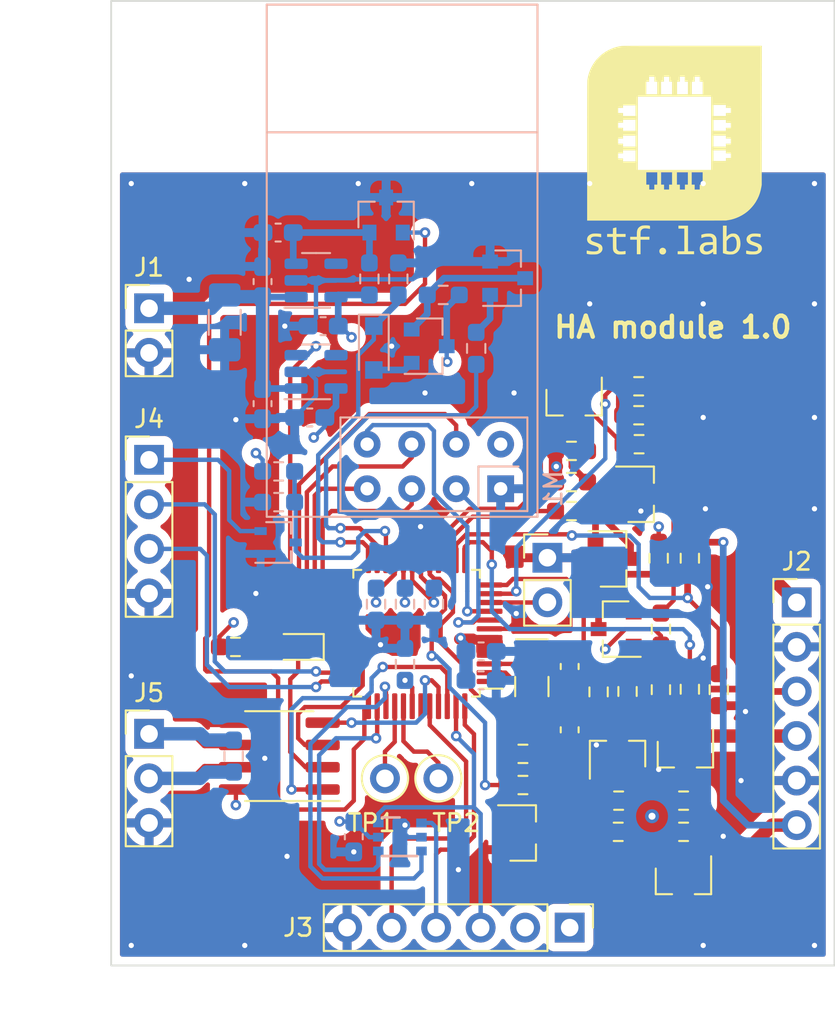
<source format=kicad_pcb>
(kicad_pcb (version 20221018) (generator pcbnew)
  (title_block (title "Home automation module") (date "2024-04-28") (rev "1.0") (company "stf.labs"))
  (layers (0 "F.Cu" signal "Front") (1 "In1.Cu" power "GND") (2 "In2.Cu" power "Power") (31 "B.Cu" signal "Back") (34 "B.Paste" user) (35 "F.Paste" user) (36 "B.SilkS" user "B.Silkscreen") (37 "F.SilkS" user "F.Silkscreen") (38 "B.Mask" user) (39 "F.Mask" user) (44 "Edge.Cuts" user))
  (net 0 "")
  (net 1 "GND")
  (net 2 "+3.3V")
  (net 3 "/mcu/AD_12V")
  (net 4 "+12V")
  (net 5 "/5V_EN")
  (net 7 "+5V")
  (net 8 "/3_3V_EN")
  (net 10 "Net-(Q8-B)")
  (net 11 "Net-(Q7-G)")
  (net 12 "/mcu/~{3_3V_EN}")
  (net 13 "Net-(Q10-B)")
  (net 14 "Net-(Q10-C)")
  (net 15 "/Input_stage/INPUT4")
  (net 16 "Net-(Q9-S)")
  (net 17 "/Input_stage/INPUT3")
  (net 18 "Net-(Q7-S)")
  (net 19 "Net-(Q6-B)")
  (net 20 "Net-(Q5-G)")
  (net 21 "/Input_stage/INPUT2")
  (net 22 "Net-(Q5-S)")
  (net 23 "Net-(Q4-B)")
  (net 24 "Net-(Q3-G)")
  (net 25 "/Input_stage/INPUT1")
  (net 26 "Net-(Q3-S)")
  (net 27 "Net-(Q2-B)")
  (net 28 "Net-(Q1-G)")
  (net 29 "Net-(D1-A)")
  (net 30 "/UART_RX")
  (net 31 "/mcu/~{MAX487_RE}")
  (net 32 "/mcu/MAX487_DE")
  (net 33 "/UART_TX")
  (net 34 "Net-(U4-A)")
  (net 35 "Net-(U4-B)")
  (net 36 "/Input_stage/DRIVE_CMD1_EN")
  (net 37 "/Input_stage/MCU_INPUT1")
  (net 38 "/Input_stage/DRIVE_CMD2_EN")
  (net 39 "/Input_stage/MCU_INPUT2")
  (net 40 "/Input_stage/DRIVE_CMD3_EN")
  (net 41 "/Input_stage/MCU_INPUT3")
  (net 42 "/LIGHT_SENSOR_EN")
  (net 43 "/mcu/AD_LIGHT")
  (net 44 "/mcu/HW_VERSION0")
  (net 45 "/mcu/HW_VERSION1")
  (net 46 "/mcu/HW_VERSION2")
  (net 47 "/Input_stage/MCU_INPUT4")
  (net 48 "/Input_stage/DRIVE_CMD4_EN")
  (net 49 "/mcu/HW_VERSION3")
  (net 50 "Net-(D2-AR)")
  (net 52 "/mcu/RTC_CLK_IN")
  (net 53 "/mcu/RTC_CLK_OUT")
  (net 54 "/NRF24L01_CE")
  (net 55 "/NRF24L01_IRQ")
  (net 56 "/~{RST}")
  (net 57 "/SPI_SCK")
  (net 58 "/SPI_MISO")
  (net 59 "/SPI_MOSI")
  (net 60 "/NRF24L01_CS")
  (net 61 "Net-(D2-KR)")
  (net 64 "/SWD_IO")
  (net 65 "/SWD_CLK")
  (net 66 "/mcu/ADDR")
  (net 67 "/mcu/DBG0")
  (net 68 "/mcu/DBG1")
  (net 70 "/EXT_GPIO")
  (net 71 "/I2C_SCL")
  (net 72 "/I2C_SDA")
  (net 73 "/mcu/~{NRST}")
  (footprint "p_Package_Resistor_SMD:R_0603_1608Metric_Pad0.98x0.95mm_HandSolder" (layer "F.Cu") (at 107.6725 61.087 180)
    (fp_text reference "R7" hide)
    (fp_text value "1k")
  )
  (footprint "p_Package_SOT:SOT-23" (layer "F.Cu") (at 104.886 79.441)
    (fp_text reference "Q10" hide)
    (fp_text value "BC848B")
  )
  (footprint "p_Package_Misc:PinHeader_1x06_P2.54mm_Vertical" (layer "F.Cu") (at 120.523 66.294)
    (fp_text reference "J2")
    (fp_text value "Conn_HE13_1x6_2.54V" hide)
  )
  (footprint "p_Package_Misc:PinHeader_1x06_P2.54mm_Vertical" (layer "F.Cu") (at 107.569 84.836 -90)
    (fp_text reference "J3")
    (fp_text value "Conn_HE13_1x6_2.54V" hide)
  )
  (footprint "p_Package_SOT:SOT-23" (layer "F.Cu") (at 110.22 67.818 180)
    (fp_text reference "Q5" hide)
    (fp_text value "BSS315PH6327XTSA1")
  )
  (footprint "p_Package_Resistor_SMD:R_0603_1608Metric_Pad0.98x0.95mm_HandSolder" (layer "F.Cu") (at 111.506 55.626)
    (fp_text reference "R11" hide)
    (fp_text value "120k")
  )
  (footprint "p_Package_SO:SOIC-8_3.9x4.9mm_P1.27mm" (layer "F.Cu") (at 90.997 75.057 180)
    (fp_text reference "U4" hide)
    (fp_text value "MAX487CSA_ESA")
  )
  (footprint "p_Package_Resistor_SMD:R_0603_1608Metric_Pad0.98x0.95mm_HandSolder" (layer "F.Cu") (at 88.4955 68.834)
    (fp_text reference "R30" hide)
    (fp_text value "330")
  )
  (footprint "p_Package_Resistor_SMD:R_0603_1608Metric_Pad0.98x0.95mm_HandSolder" (layer "F.Cu") (at 112.776 67.818 90)
    (fp_text reference "R10" hide)
    (fp_text value "10k")
  )
  (footprint "p_Package_Capacitor_SMD:C_0603_1608Metric_Pad1.08x0.95mm_HandSolder" (layer "F.Cu") (at 107.569 73.5595 -90)
    (fp_text reference "C9" hide)
    (fp_text value "TBD")
  )
  (footprint "p_Package_Resistor_SMD:R_0603_1608Metric_Pad0.98x0.95mm_HandSolder" (layer "F.Cu") (at 114.0695 77.597)
    (fp_text reference "R14" hide)
    (fp_text value "10k")
  )
  (footprint "p_Package_SOT:SOT-23" (layer "F.Cu") (at 107.823 54.88 -90)
    (fp_text reference "Q3" hide)
    (fp_text value "BSS315PH6327XTSA1")
  )
  (footprint "p_Package_Misc:TP_TH_2.54mm" (layer "F.Cu") (at 100.076 76.327)
    (fp_text reference "TP2")
    (fp_text value "test_point_th" hide)
  )
  (footprint "p_Package_Misc:PinHeader_1x03_P2.54mm_Vertical" (layer "F.Cu") (at 83.566 73.787)
    (fp_text reference "J5")
    (fp_text value "Conn_HE13_1x3_2.54V" hide)
  )
  (footprint "p_Package_SOT:SOT-23" (layer "F.Cu") (at 114.062 82.169 -90)
    (fp_text reference "Q9" hide)
    (fp_text value "BSS315PH6327XTSA1")
  )
  (footprint "p_Package_Resistor_SMD:R_0603_1608Metric_Pad0.98x0.95mm_HandSolder" (layer "F.Cu") (at 114.427 71.247 -90)
    (fp_text reference "R21" hide)
    (fp_text value "120k")
  )
  (footprint "p_Package_Resistor_SMD:R_0603_1608Metric_Pad0.98x0.95mm_HandSolder" (layer "F.Cu") (at 110.871 71.374 -90)
    (fp_text reference "R13" hide)
    (fp_text value "390k")
  )
  (footprint "p_Package_Resistor_SMD:R_0603_1608Metric_Pad0.98x0.95mm_HandSolder" (layer "F.Cu") (at 109.22 71.3975 -90)
    (fp_text reference "R16" hide)
    (fp_text value "120k")
  )
  (footprint "p_Package_Resistor_SMD:R_0603_1608Metric_Pad0.98x0.95mm_HandSolder" (layer "F.Cu") (at 112.776 71.2705 90)
    (fp_text reference "R18" hide)
    (fp_text value "390k")
  )
  (footprint "p_Package_Resistor_SMD:R_0603_1608Metric_Pad0.98x0.95mm_HandSolder" (layer "F.Cu") (at 116.078 71.2705 -90)
    (fp_text reference "R24" hide)
    (fp_text value "120k")
  )
  (footprint "p_Package_Misc:PinHeader_1x04_P2.54mm_Vertical" (layer "F.Cu") (at 83.566 58.166)
    (fp_text reference "J4")
    (fp_text value "Conn_HE13_1x4_2.54V")
  )
  (footprint "p_Package_SOT:SOT-23" (layer "F.Cu") (at 111.617 60.132)
    (fp_text reference "Q6" hide)
    (fp_text value "BC848B")
  )
  (footprint "p_Package_Resistor_SMD:R_0603_1608Metric_Pad0.98x0.95mm_HandSolder" (layer "F.Cu") (at 104.902 74.93 180)
    (fp_text reference "R17" hide)
    (fp_text value "1k")
  )
  (footprint "p_Logo:stf_labs_10mm" (layer "F.Cu") (at 113.538 40.513)
    (fp_text reference "G1" hide)
    (fp_text value "LOGO" hide)
  )
  (footprint "p_Package_Resistor_SMD:R_0603_1608Metric_Pad0.98x0.95mm_HandSolder" (layer "F.Cu") (at 111.5295 57.277 180)
    (fp_text reference "R12" hide)
    (fp_text value "1k")
  )
  (footprint "p_Package_Resistor_SMD:R_0603_1608Metric_Pad0.98x0.95mm_HandSolder" (layer "F.Cu") (at 104.902 76.708 180)
    (fp_text reference "R22" hide)
    (fp_text value "1k")
  )
  (footprint "p_Package_Misc:TP_TH_2.54mm" (layer "F.Cu") (at 97.028 76.327)
    (fp_text reference "TP1")
    (fp_text value "test_point_th" hide)
  )
  (footprint "p_Package_Capacitor_SMD:C_0603_1608Metric_Pad1.08x0.95mm_HandSolder" (layer "F.Cu") (at 107.569 69.9505 -90)
    (fp_text reference "C10" hide)
    (fp_text value "TBD")
  )
  (footprint "p_Package_SOT:SOT-23" (layer "F.Cu") (at 110.302 74.946 90)
    (fp_text reference "Q8" hide)
    (fp_text value "BC848B")
  )
  (footprint "p_Package_Misc:PinHeader_1x02_P2.54mm_Vertical" (layer "F.Cu") (at 106.299 63.749)
    (fp_text reference "J6" hide)
    (fp_text value "Conn_HE13_1x2_2.54V" hide)
  )
  (footprint "p_Package_Resistor_SMD:R_0603_1608Metric_Pad0.98x0.95mm_HandSolder" (layer "F.Cu") (at 114.0695 79.375)
    (fp_text reference "R19" hide)
    (fp_text value "10k")
  )
  (footprint "p_Package_Resistor_SMD:R_0603_1608Metric_Pad0.98x0.95mm_HandSolder" (layer "F.Cu") (at 111.506 53.975 180)
    (fp_text reference "R8" hide)
    (fp_text value "390k")
  )
  (footprint "p_Package_Misc:Crystal_SMD_3.2x1.5mm" (layer "F.Cu") (at 105.41 71.094 -90)
    (fp_text reference "Y1" hide)
    (fp_text value "Crystal_3.2x1.5mm")
  )
  (footprint "p_Package_SOT:SOT-23" (layer "F.Cu") (at 110.043 63.815)
    (fp_text reference "Q4" hide)
    (fp_text value "BC848B")
  )
  (footprint "p_Package_Resistor_SMD:R_0603_1608Metric_Pad0.98x0.95mm_HandSolder" (layer "F.Cu") (at 107.6725 59.436)
    (fp_text reference "R6" hide)
    (fp_text value "10k")
  )
  (footprint "p_Package_Resistor_SMD:R_0603_1608Metric_Pad0.98x0.95mm_HandSolder" (layer "F.Cu") (at 110.3395 79.375 180)
    (fp_text reference "R20" hide)
    (fp_text value "10k")
  )
  (footprint "p_Package_Misc:PinHeader_1x02_P2.54mm_Vertical" (layer "F.Cu") (at 83.566 49.53)
    (fp_text reference "J1")
    (fp_text value "Conn_HE13_1x2_2.54V" hide)
  )
  (footprint "p_Package_QFP:LQFP-48_7x7mm_P0.5mm" (layer "F.Cu") (at 98.8345 68.052 180)
    (fp_text reference "U5" hide)
    (fp_text value "STM32G030_C8")
  )
  (footprint "p_Package_SOT:SOT-23" (layer "F.Cu") (at 114.173 74.946 -90)
    (fp_text reference "Q7" hide)
    (fp_text value "BSS315PH6327XTSA1")
  )
  (footprint "p_Package_Resistor_SMD:R_0603_1608Metric_Pad0.98x0.95mm_HandSolder" (layer "F.Cu") (at 112.649 63.7775 -90)
    (fp_text reference "R9" hide)
    (fp_text value "10k")
  )
  (footprint "p_Package_Resistor_SMD:R_0603_1608Metric_Pad0.98x0.95mm_HandSolder" (layer "F.Cu") (at 114.427 63.7775 -90)
    (fp_text reference "R23" hide)
    (fp_text value "390k")
  )
  (footprint "p_Package_Resistor_SMD:R_0603_1608Metric_Pad0.98x0.95mm_HandSolder" (layer "F.Cu") (at 110.363 77.597 180)
    (fp_text reference "R15" hide)
    (fp_text value "10k")
  )
  (footprint "p_Package_Resistor_SMD:R_0603_1608Metric_Pad0.98x0.95mm_HandSolder" (layer "F.Cu") (at 107.6725 57.658)
    (fp_text reference "R5" hide)
    (fp_text value "10k")
  )
  (footprint "p_Package_Diode_SMD:LED_0603_1608Metric" (layer "F.Cu") (at 92.0495 68.834 180)
    (fp_text reference "D2" hide)
    (fp_text value "LED_G")
  )
  (footprint "p_Package_Resistor_SMD:R_0603_1608Metric_Pad0.98x0.95mm_HandSolder" (layer "B.Cu") (at 98.171 66.3975 -90)
    (fp_text reference "R27" hide)
    (fp_text value "DNP")
  )
  (footprint "p_Package_Resistor_SMD:R_0603_1608Metric_Pad0.98x0.95mm_HandSolder" (layer "B.Cu") (at 88.392 75.057 -90)
    (fp_text reference "R4" hide)
    (fp_text value "DNP")
  )
  (footprint "p_Package_SOT:SOT-23" (layer "B.Cu") (at 104.029 47.813)
    (fp_text reference "Q2" hide)
    (fp_text value "BC848B")
  )
  (footprint "p_Package_Capacitor_SMD:C_0603_1608Metric_Pad1.08x0.95mm_HandSolder" (layer "B.Cu") (at 102.5155 69.088)
    (fp_text reference "C8" hide)
    (fp_text value "100n")
  )
  (footprint "p_Package_Resistor_SMD:R_0603_1608Metric_Pad0.98x0.95mm_HandSolder" (layer "B.Cu") (at 90.961286 60.579)
    (fp_text reference "R33" hide)
    (fp_text value "4.7k")
  )
  (footprint "p_Package_Capacitor_SMD:C_0603_1608Metric_Pad1.08x0.95mm_HandSolder" (layer "B.Cu") (at 90.043 54.9645 -90)
    (fp_text reference "C4" hide)
    (fp_text value "1u")
  )
  (footprint "p_Package_Resistor_SMD:R_0603_1608Metric_Pad0.98x0.95mm_HandSolder" (layer "B.Cu") (at 96.139 47.8555 -90)
    (fp_text reference "R31" hide)
    (fp_text value "10k")
  )
  (footprint "p_Package_Capacitor_SMD:C_0603_1608Metric_Pad1.08x0.95mm_HandSolder" (layer "B.Cu") (at 93.4985 50.546 180)
    (fp_text reference "C2" hide)
    (fp_text value "2.2u")
  )
  (footprint "p_Package_QFP:DFN-6-1EP_2.5x2.5mm_P0.65mm_EP2.45x1.55mm" (layer "B.Cu") (at 97.8662 79.6544 180)
    (fp_text reference "U3" hide)
    (fp_text value "~")
  )
  (footprint "p_Package_Resistor_SMD:R_0603_1608Metric_Pad0.98x0.95mm_HandSolder" (layer "B.Cu") (at 97.79 47.8555 90)
    (fp_text reference "R3" hide)
    (fp_text value "3.3k")
  )
  (footprint "p_Package_Modules:nRF24L01_Breakout" (layer "B.Cu") (at 103.632 59.817 90)
    (fp_text reference "M1")
    (fp_text value "nRF24L01")
  )
  (footprint "p_Package_SOT:SOT-23-5" (layer "B.Cu") (at 93.0965 53.152)
    (fp_text reference "U2" hide)
    (fp_text value "TPS70950DBV")
  )
  (footprint "p_Package_Capacitor_SMD:C_0603_1608Metric_Pad1.08x0.95mm_HandSolder" (layer "B.Cu") (at 90.932 45.212 180)
    (fp_text reference "C11" hide)
    (fp_text value "1u")
  )
  (footprint "p_Package_Capacitor_SMD:C_0603_1608Metric_Pad1.08x0.95mm_HandSolder" (layer "B.Cu") (at 102.5155 70.739)
    (fp_text reference "C7" hide)
    (fp_text value "1u")
  )
  (footprint "p_Package_SOT:SOT-23" (layer "B.Cu") (at 99.552 51.689)
    (fp_text reference "Q1" hide)
    (fp_text value "BSS315PH6327XTSA1")
  )
  (footprint "p_Package_Resistor_SMD:R_0603_1608Metric_Pad0.98x0.95mm_HandSolder" (layer "B.Cu") (at 90.961286 58.828 180)
    (fp_text reference "R32" hide)
    (fp_text value "15k")
  )
  (footprint "p_Package_Resistor_SMD:R_0603_1608Metric_Pad0.98x0.95mm_HandSolder" (layer "B.Cu") (at 102.235 51.816 -90)
    (fp_text reference "R2" hide)
    (fp_text value "1k")
  )
  (footprint "p_Package_Resistor_SMD:R_0603_1608Metric_Pad0.98x0.95mm_HandSolder" (layer "B.Cu") (at 99.822 66.3975 -90)
    (fp_text reference "R26" hide)
    (fp_text value "DNP")
  )
  (footprint "p_Package_SOT:SOT-323" (layer "B.Cu") (at 90.932 62.88)
    (fp_text reference "D3" hide)
    (fp_text value "BAT54SW")
  )
  (footprint "p_Package_SOT:SOT-23" (layer "B.Cu") (at 97.094 44.212 90)
    (fp_text reference "Q11" hide)
    (fp_text value "2SK1829")
  )
  (footprint "p_Package_SOT:SOT-23-5" (layer "B.Cu") (at 93.0965 47.94)
    (fp_text reference "U1" hide)
    (fp_text value "TPS70933DBV")
  )
  (footprint "p_Package_Capacitor_SMD:C_1206_3216Metric_Pad1.33x1.80mm_HandSolder" (layer "B.Cu") (at 87.884 50.3305 -90)
    (fp_text reference "C3" hide)
    (fp_text value "10u")
  )
  (footprint "p_Package_Resistor_SMD:R_0603_1608Metric_Pad0.98x0.95mm_HandSolder" (layer "B.Cu") (at 100.3535 48.768 180)
    (fp_text reference "R1" hide)
    (fp_text value "10k")
  )
  (footprint "p_Package_Diode_SMD:D_SOD-323_HandSoldering" (layer "B.Cu") (at 96.393 51.796 -90)
    (fp_text reference "D1" hide)
    (fp_text value "SFH5701_A01")
  )
  (footprint "p_Package_Capacitor_SMD:C_0603_1608Metric_Pad1.08x0.95mm_HandSolder" (layer "B.Cu") (at 90.043 48.006 90)
    (fp_text reference "C1" hide)
    (fp_text value "1u")
  )
  (footprint "p_Package_Resistor_SMD:R_0603_1608Metric_Pad0.98x0.95mm_HandSolder" (layer "B.Cu") (at 98.171 69.8265 90)
    (fp_text reference "R29" hide)
    (fp_text value "DNP")
  )
  (footprint "p_Package_Resistor_SMD:R_0603_1608Metric_Pad0.98x0.95mm_HandSolder" (layer "B.Cu") (at 96.52 66.3975 -90)
    (fp_text reference "R28" hide)
    (fp_text value "DNP")
  )
  (footprint "p_Package_Capacitor_SMD:C_0603_1608Metric_Pad1.08x0.95mm_HandSolder" (layer "B.Cu") (at 92.7365 55.753 180)
    (fp_text reference "C5" hide)
    (fp_text value "2.2u")
  )
  (footprint "p_Package_Capacitor_SMD:C_0603_1608Metric_Pad1.08x0.95mm_HandSolder" (layer "B.Cu") (at 95.25 79.6555 -90)
    (fp_text reference "C6" hide)
    (fp_text value "100n")
  )
  (gr_rect (start 81.407 32.004) (end 122.682 86.995) (stroke (width 0.1)) (fill none) (layer "Edge.Cuts"))
  (gr_text "HA module 1.0" (at 106.553 51.308) (layer "F.SilkS") (effects (font (size 1.2 1.2) (thickness 0.25) bold) (justify left bottom)))
  (segment (start 104.521 67.355) (end 104.521 66.929) (width 0.25) (layer "F.Cu") (net 1))
  (segment (start 106.299 63.749) (end 108.027 63.749) (width 0.381) (layer "F.Cu") (net 1))
  (segment (start 107.723 70.813) (end 109.22 72.31) (width 0.381) (layer "F.Cu") (net 1))
  (segment (start 109.22 72.31) (end 109.22 73.279) (width 0.381) (layer "F.Cu") (net 1))
  (segment (start 108.027 63.749) (end 109.043 64.765) (width 0.381) (layer "F.Cu") (net 1))
  (segment (start 107.569 70.813) (end 107.723 70.813) (width 0.381) (layer "F.Cu") (net 1))
  (segment (start 109.22 73.279) (end 108.077 74.422) (width 0.381) (layer "F.Cu") (net 1))
  (segment (start 108.077 74.422) (end 107.569 74.422) (width 0.381) (layer "F.Cu") (net 1))
  (segment (start 104.074 67.802) (end 104.521 67.355) (width 0.25) (layer "F.Cu") (net 1))
  (segment (start 102.997 67.802) (end 104.074 67.802) (width 0.25) (layer "F.Cu") (net 1))
  (via (at 96.774 68.707) (size 0.6) (drill 0.3) (layers "F.Cu" "B.Cu") (net 1))
  (via (at 117.348 76.454) (size 0.6) (drill 0.3) (layers "F.Cu" "B.Cu") (net 1))
  (via (at 117.602 72.517) (size 0.6) (drill 0.3) (layers "F.Cu" "B.Cu") (net 1))
  (via (at 121.539 42.418) (size 0.6) (drill 0.3) (layers "F.Cu" "B.Cu") (net 1))
  (via (at 98.171 78.994) (size 0.6) (drill 0.3) (layers "F.Cu" "B.Cu") (net 1))
  (via (at 115.189 85.852) (size 0.6) (drill 0.3) (layers "F.Cu" "B.Cu") (net 1))
  (via (at 115.189 49.276) (size 0.6) (drill 0.3) (layers "F.Cu" "B.Cu") (net 1))
  (via (at 115.189 69.469) (size 0.6) (drill 0.3) (layers "F.Cu" "B.Cu") (net 1))
  (via (at 121.539 49.276) (size 0.6) (drill 0.3) (layers "F.Cu" "B.Cu") (net 1))
  (via (at 82.55 70.485) (size 0.6) (drill 0.3) (layers "F.Cu" "B.Cu") (net 1))
  (via (at 108.712 42.418) (size 0.6) (drill 0.3) (layers "F.Cu" "B.Cu") (net 1))
  (via (at 90.17 75.184) (size 0.6) (drill 0.3) (layers "F.Cu" "B.Cu") (net 1))
  (via (at 82.55 42.418) (size 0.6) (drill 0.3) (layers "F.Cu" "B.Cu") (net 1))
  (via (at 115.443 65.405) (size 0.6) (drill 0.3) (layers "F.Cu" "B.Cu") (net 1))
  (via (at 101.219 81.534) (size 0.6) (drill 0.3) (layers "F.Cu" "B.Cu") (net 1))
  (via (at 104.521 66.929) (size 0.6) (drill 0.3) (layers "F.Cu" "B.Cu") (net 1))
  (via (at 121.539 85.852) (size 0.6) (drill 0.3) (layers "F.Cu" "B.Cu") (net 1))
  (via (at 95.504 42.418) (size 0.6) (drill 0.3) (layers "F.Cu" "B.Cu") (net 1))
  (via (at 121.539 55.753) (size 0.6) (drill 0.3) (layers "F.Cu" "B.Cu") (net 1))
  (via (at 101.981 42.418) (size 0.6) (drill 0.3) (layers "F.Cu" "B.Cu") (net 1))
  (via (at 109.093 74.422) (size 0.6) (drill 0.3) (layers "F.Cu" "B.Cu") (net 1))
  (via (at 82.55 85.852) (size 0.6) (drill 0.3) (layers "F.Cu" "B.Cu") (net 1))
  (via (at 99.06 61.976) (size 0.6) (drill 0.3) (layers "F.Cu" "B.Cu") (net 1))
  (via (at 115.189 42.418) (size 0.6) (drill 0.3) (layers "F.Cu" "B.Cu") (net 1))
  (via (at 99.314 54.356) (size 0.6) (drill 0.3) (layers "F.Cu" "B.Cu") (net 1))
  (via (at 89.662 65.786) (size 0.6) (drill 0.3) (layers "F.Cu" "B.Cu") (net 1))
  (via (at 85.852 47.879) (size 0.6) (drill 0.3) (layers "F.Cu" "B.Cu") (net 1))
  (via (at 104.394 54.356) (size 0.6) (drill 0.3) (layers "F.Cu" "B.Cu") (net 1))
  (via (at 91.44 80.772) (size 0.6) (drill 0.3) (layers "F.Cu" "B.Cu") (net 1))
  (via (at 121.539 60.96) (size 0.6) (drill 0.3) (layers "F.Cu" "B.Cu") (net 1))
  (via (at 112.649 75.819) (size 0.6) (drill 0.3) (layers "F.Cu" "B.Cu") (net 1))
  (via (at 91.313 50.546) (size 0.6) (drill 0.3) (layers "F.Cu" "B.Cu") (net 1))
  (via (at 108.712 49.276) (size 0.6) (drill 0.3) (layers "F.Cu" "B.Cu") (net 1))
  (via (at 111.633 61.087) (size 0.6) (drill 0.3) (layers "F.Cu" "B.Cu") (net 1))
  (via (at 89.027 42.418) (size 0.6) (drill 0.3) (layers "F.Cu" "B.Cu") (net 1))
  (via (at 115.189 55.753) (size 0.6) (drill 0.3) (layers "F.Cu" "B.Cu") (net 1))
  (via (at 88.519 55.88) (size 0.6) (drill 0.3) (layers "F.Cu" "B.Cu") (net 1))
  (via (at 95.25 80.518) (size 0.6) (drill 0.3) (layers "F.Cu" "B.Cu") (net 1))
  (via (at 116.332 79.629) (size 0.6) (drill 0.3) (layers "F.Cu" "B.Cu") (net 1))
  (via (at 115.316 60.96) (size 0.6) (drill 0.3) (layers "F.Cu" "B.Cu") (net 1))
  (via (at 97.409 51.689) (size 0.6) (drill 0.3) (layers "F.Cu" "B.Cu") (net 1))
  (via (at 89.027 85.852) (size 0.6) (drill 0.3) (layers "F.Cu" "B.Cu") (net 1))
  (segment (start 94.996 47.879) (end 98.552 47.879) (width 0.25) (layer "B.Cu") (net 1))
  (segment (start 93.091 54.536) (end 93.091 53.594) (width 0.25) (layer "B.Cu") (net 1))
  (segment (start 98.171 79.502) (end 98.3488 79.6798) (width 0.25) (layer "B.Cu") (net 1))
  (segment (start 91.874 55.753) (end 93.091 54.536) (width 0.25) (layer "B.Cu") (net 1))
  (segment (start 99.1108 79.6798) (end 98.3488 79.6798) (width 0.25) (layer "B.Cu") (net 1))
  (segment (start 93.091 50.091) (end 93.091 48.006) (width 0.25) (layer "B.Cu") (net 1))
  (segment (start 92.649 53.152) (end 91.959 53.152) (width 0.25) (layer "B.Cu") (net 1))
  (segment (start 93.091 53.594) (end 92.649 53.152) (width 0.25) (layer "B.Cu") (net 1))
  (segment (start 98.171 78.994) (end 98.171 79.502) (width 0.25) (layer "B.Cu") (net 1))
  (segment (start 92.636 50.546) (end 93.091 50.091) (width 0.25) (layer "B.Cu") (net 1))
  (segment (start 87.583 68.834) (end 87.583 68.246) (width 0.25) (layer "F.Cu") (net 2))
  (segment (start 87.583 68.246) (end 88.392 67.437) (width 0.25) (layer "F.Cu") (net 2))
  (via (at 101.346 68.326) (size 0.6) (drill 0.3) (layers "F.Cu" "B.Cu") (net 2))
  (via (at 95.123 51.181) (size 0.6) (drill 0.3) (layers "F.Cu" "B.Cu") (net 2))
  (via (at 88.392 67.437) (size 0.6) (drill 0.3) (layers "F.Cu" "B.Cu") (net 2))
  (via (at 94.440131 78.78) (size 0.6) (drill 0.3) (layers "F.Cu" "B.Cu") (net 2))
  (via (at 100.584 52.578) (size 0.6) (drill 0.3) (layers "F.Cu" "B.Cu") (net 2))
  (segment (start 101.653 68.633) (end 101.346 68.326) (width 0.25) (layer "B.Cu") (net 2))
  (segment (start 96.647 79.6798) (end 96.1368 79.6798) (width 0.25) (layer "B.Cu") (net 2))
  (segment (start 88.773 62.23) (end 89.932 62.23) (width 0.25) (layer "B.Cu") (net 2))
  (segment (start 94.488 50.546) (end 95.123 51.181) (width 0.25) (layer "B.Cu") (net 2))
  (segment (start 94.361 50.546) (end 94.361 49.017) (width 0.381) (layer "B.Cu") (net 2))
  (segment (start 88.138 61.595) (end 88.773 62.23) (width 0.25) (layer "B.Cu") (net 2))
  (segment (start 101.653 69.088) (end 101.653 68.633) (width 0.25) (layer "B.Cu") (net 2))
  (segment (start 94.453131 78.793) (end 94.440131 78.78) (width 0.25) (layer "B.Cu") (net 2))
  (segment (start 94.356 48.768) (end 94.234 48.89) (width 0.381) (layer "B.Cu") (net 2))
  (segment (start 83.566 58.166) (end 87.503 58.166) (width 0.25) (layer "B.Cu") (net 2))
  (segment (start 96.1368 79.6798) (end 95.25 78.793) (width 0.25) (layer "B.Cu") (net 2))
  (segment (start 100.552 51.689) (end 100.552 52.546) (width 0.25) (layer "B.Cu") (net 2))
  (segment (start 95.25 78.793) (end 94.453131 78.793) (width 0.25) (layer "B.Cu") (net 2))
  (segment (start 100.552 52.546) (end 100.584 52.578) (width 0.25) (layer "B.Cu") (net 2))
  (segment (start 94.361 49.017) (end 94.234 48.89) (width 0.381) (layer "B.Cu") (net 2))
  (segment (start 94.361 50.546) (end 94.488 50.546) (width 0.25) (layer "B.Cu") (net 2))
  (segment (start 100.552 51.689) (end 100.552 49.482) (width 0.381) (layer "B.Cu") (net 2))
  (segment (start 96.139 48.768) (end 94.356 48.768) (width 0.381) (layer "B.Cu") (net 2))
  (segment (start 101.653 69.088) (end 101.653 70.739) (width 0.762) (layer "B.Cu") (net 2))
  (segment (start 88.138 58.801) (end 88.138 61.595) (width 0.25) (layer "B.Cu") (net 2))
  (segment (start 100.552 49.482) (end 101.266 48.768) (width 0.381) (layer "B.Cu") (net 2))
  (segment (start 87.503 58.166) (end 88.138 58.801) (width 0.25) (layer "B.Cu") (net 2))
  (segment (start 97.0845 62.2865) (end 97.028 62.23) (width 0.25) (layer "F.Cu") (net 3))
  (segment (start 97.0845 63.8895) (end 97.0845 62.2865) (width 0.25) (layer "F.Cu") (net 3))
  (via (at 97.028 62.23) (size 0.6) (drill 0.3) (layers "F.Cu" "B.Cu") (net 3))
  (segment (start 91.873786 60.579) (end 91.873786 58.828) (width 0.25) (layer "B.Cu") (net 3))
  (segment (start 95.123 63.754) (end 92.329 63.754) (width 0.25) (layer "B.Cu") (net 3))
  (segment (start 95.504 63.373) (end 95.123 63.754) (width 0.25) (layer "B.Cu") (net 3))
  (segment (start 91.932 60.637214) (end 91.873786 60.579) (width 0.25) (layer "B.Cu") (net 3))
  (segment (start 91.932 62.88) (end 91.932 60.637214) (width 0.25) (layer "B.Cu") (net 3))
  (segment (start 95.504 62.611) (end 95.504 63.373) (width 0.25) (layer "B.Cu") (net 3))
  (segment (start 91.932 63.357) (end 91.932 62.88) (width 0.25) (layer "B.Cu") (net 3))
  (segment (start 92.329 63.754) (end 91.932 63.357) (width 0.25) (layer "B.Cu") (net 3))
  (segment (start 95.885 62.23) (end 95.504 62.611) (width 0.25) (layer "B.Cu") (net 3))
  (segment (start 97.028 62.23) (end 95.885 62.23) (width 0.25) (layer "B.Cu") (net 3))
  (segment (start 112.776 68.199) (end 112.776 68.7305) (width 0.25) (layer "F.Cu") (net 4))
  (segment (start 112.649 62.865) (end 112.649 61.976) (width 0.25) (layer "F.Cu") (net 4))
  (segment (start 106.76 59.436) (end 106.76 58.594) (width 0.762) (layer "F.Cu") (net 4))
  (segment (start 106.807 58.547) (end 106.76 58.5) (width 0.762) (layer "F.Cu") (net 4))
  (segment (start 106.76 58.5) (end 106.76 57.658) (width 0.762) (layer "F.Cu") (net 4))
  (segment (start 106.76 58.594) (end 106.807 58.547) (width 0.762) (layer "F.Cu") (net 4))
  (segment (start 110.744 67.818) (end 112.395 67.818) (width 0.25) (layer "F.Cu") (net 4))
  (segment (start 109.601 68.961) (end 110.744 67.818) (width 0.25) (layer "F.Cu") (net 4))
  (segment (start 112.395 67.818) (end 112.776 68.199) (width 0.25) (layer "F.Cu") (net 4))
  (via (at 112.649 61.976) (size 0.6) (drill 0.3) (layers "F.Cu" "B.Cu") (net 4))
  (via (at 89.662 57.785) (size 0.6) (drill 0.3) (layers "F.Cu" "B.Cu") (net 4))
  (via (at 112.268 78.486) (size 0.8) (drill 0.4) (layers "F.Cu" "B.Cu") (net 4))
  (via (at 109.601 68.961) (size 0.6) (drill 0.3) (layers "F.Cu" "B.Cu") (net 4))
  (via (at 106.807 58.547) (size 0.6) (drill 0.3) (layers "F.Cu" "B.Cu") (net 4))
  (segment (start 91.959 48.89) (end 90.0645 48.89) (width 0.381) (layer "B.Cu") (net 4))
  (segment (start 90.043 48.8685) (end 87.9845 48.8685) (width 0.762) (layer "B.Cu") (net 4))
  (segment (start 83.566 49.53) (end 87.122 49.53) (width 0.762) (layer "B.Cu") (net 4))
  (segment (start 90.048786 58.828) (end 90.048786 58.166) (width 0.25) (layer "B.Cu") (net 4))
  (segment (start 89.662 57.785) (end 89.667786 57.785) (width 0.25) (layer "B.Cu") (net 4))
  (segment (start 91.959 54.102) (end 90.043 54.102) (width 0.381) (layer "B.Cu") (net 4))
  (segment (start 90.0645 48.89) (end 90.043 48.8685) (width 0.381) (layer "B.Cu") (net 4))
  (segment (start 90.043 54.102) (end 90.043 48.8685) (width 0.762) (layer "B.Cu") (net 4))
  (segment (start 87.9845 48.8685) (end 87.884 48.768) (width 0.762) (layer "B.Cu") (net 4))
  (segment (start 87.122 49.53) (end 87.884 48.768) (width 0.762) (layer "B.Cu") (net 4))
  (segment (start 89.667786 57.785) (end 90.048786 58.166) (width 0.25) (layer "B.Cu") (net 4))
  (segment (start 91.622 53.158) (end 93.091 51.689) (width 0.25) (layer "F.Cu") (net 5))
  (segment (start 94.672 67.302) (end 93.260706 67.302) (width 0.25) (layer "F.Cu") (net 5))
  (segment (start 91.622 65.663295) (end 91.622 53.158) (width 0.25) (layer "F.Cu") (net 5))
  (segment (start 93.260706 67.302) (end 91.622 65.663295) (width 0.25) (layer "F.Cu") (net 5))
  (via (at 93.091 51.689) (size 0.6) (drill 0.3) (layers "F.Cu" "B.Cu") (net 5))
  (segment (start 91.959 52.202) (end 92.578 52.202) (width 0.25) (layer "B.Cu") (net 5))
  (segment (start 91.959 52.202) (end 92.621499 52.202) (width 0.25) (layer "B.Cu") (net 5))
  (segment (start 92.578 52.202) (end 93.091 51.689) (width 0.25) (layer "B.Cu") (net 5))
  (segment (start 88.522 77.848) (end 88.519 77.851) (width 0.25) (layer "F.Cu") (net 7))
  (segment (start 88.522 76.962) (end 88.522 77.848) (width 0.25) (layer "F.Cu") (net 7))
  (via (at 92.964 56.896) (size 0.6) (drill 0.3) (layers "F.Cu" "B.Cu") (net 7))
  (via (at 88.519 77.851) (size 0.6) (drill 0.3) (layers "F.Cu" "B.Cu") (net 7))
  (segment (start 94.234 55.118) (end 94.234 54.102) (width 0.381) (layer "B.Cu") (net 7))
  (segment (start 93.599 55.753) (end 94.234 55.118) (width 0.381) (layer "B.Cu") (net 7))
  (segment (start 93.599 55.753) (end 93.599 56.261) (width 0.25) (layer "B.Cu") (net 7))
  (segment (start 93.599 56.261) (end 92.964 56.896) (width 0.25) (layer "B.Cu") (net 7))
  (segment (start 91.7945 45.212) (end 96.144 45.212) (width 0.381) (layer "B.Cu") (net 8))
  (segment (start 91.7945 46.8255) (end 91.959 46.99) (width 0.381) (layer "B.Cu") (net 8))
  (segment (start 91.7945 45.212) (end 91.7945 46.8255) (width 0.381) (layer "B.Cu") (net 8))
  (segment (start 96.144 45.212) (end 96.144 46.938) (width 0.381) (layer "B.Cu") (net 8))
  (segment (start 96.144 46.938) (end 96.139 46.943) (width 0.381) (layer "B.Cu") (net 8))
  (segment (start 109.352 75.946) (end 106.8305 75.946) (width 0.381) (layer "F.Cu") (net 10))
  (segment (start 106.8305 75.946) (end 105.8145 74.93) (width 0.381) (layer "F.Cu") (net 10))
  (segment (start 110.302 73.946) (end 110.302 76.7455) (width 0.25) (layer "F.Cu") (net 11))
  (segment (start 110.302 73.946) (end 113.223 73.946) (width 0.381) (layer "F.Cu") (net 11))
  (segment (start 110.302 76.7455) (end 109.4505 77.597) (width 0.25) (layer "F.Cu") (net 11))
  (segment (start 96.0845 72.2145) (end 95.853 72.446) (width 0.25) (layer "F.Cu") (net 12))
  (segment (start 91.313 78.105) (end 90.932 77.724) (width 0.25) (layer "F.Cu") (net 12))
  (segment (start 98.171 49.276) (end 99.314 48.133) (width 0.25) (layer "F.Cu") (net 12))
  (segment (start 86.995 68.132424) (end 86.995 49.784) (width 0.25) (layer "F.Cu") (net 12))
  (segment (start 95.853 74.073) (end 95.25 74.676) (width 0.25) (layer "F.Cu") (net 12))
  (segment (start 95.25 77.597) (end 94.742 78.105) (width 0.25) (layer "F.Cu") (net 12))
  (segment (start 86.995 49.784) (end 87.503 49.276) (width 0.25) (layer "F.Cu") (net 12))
  (segment (start 87.503 49.276) (end 98.171 49.276) (width 0.25) (layer "F.Cu") (net 12))
  (segment (start 86.7705 68.356924) (end 86.995 68.132424) (width 0.25) (layer "F.Cu") (net 12))
  (segment (start 90.932 77.724) (end 90.932 70.612) (width 0.25) (layer "F.Cu") (net 12))
  (segment (start 95.25 74.676) (end 95.25 77.597) (width 0.25) (layer "F.Cu") (net 12))
  (segment (start 90.551 70.231) (end 86.868 70.231) (width 0.25) (layer "F.Cu") (net 12))
  (segment (start 86.7705 70.1335) (end 86.7705 68.356924) (width 0.25) (layer "F.Cu") (net 12))
  (segment (start 90.932 70.612) (end 90.551 70.231) (width 0.25) (layer "F.Cu") (net 12))
  (segment (start 94.742 78.105) (end 91.313 78.105) (width 0.25) (layer "F.Cu") (net 12))
  (segment (start 86.868 70.231) (end 86.7705 70.1335) (width 0.25) (layer "F.Cu") (net 12))
  (segment (start 99.314 48.133) (end 99.314 45.212) (width 0.25) (layer "F.Cu") (net 12))
  (segment (start 95.853 72.446) (end 95.853 74.073) (width 0.25) (layer "F.Cu") (net 12))
  (via (at 99.314 45.212) (size 0.6) (drill 0.3) (layers "F.Cu" "B.Cu") (net 12))
  (segment (start 99.314 45.212) (end 98.044 45.212) (width 0.25) (layer "B.Cu") (net 12))
  (segment (start 104.0315 78.491) (end 105.8145 76.708) (width 0.381) (layer "F.Cu") (net 13))
  (segment (start 103.886 78.491) (end 104.0315 78.491) (width 0.381) (layer "F.Cu") (net 13))
  (segment (start 109.361 79.441) (end 109.427 79.375) (width 0.381) (layer "F.Cu") (net 14))
  (segment (start 109.427 79.836) (end 109.427 79.375) (width 0.381) (layer "F.Cu") (net 14))
  (segment (start 105.886 79.441) (end 109.361 79.441) (width 0.381) (layer "F.Cu") (net 14))
  (segment (start 113.112 81.169) (end 110.76 81.169) (width 0.381) (layer "F.Cu") (net 14))
  (segment (start 110.76 81.169) (end 109.427 79.836) (width 0.381) (layer "F.Cu") (net 14))
  (segment (start 116.951 81.169) (end 119.126 78.994) (width 0.762) (layer "F.Cu") (net 15))
  (segment (start 120.523 78.994) (end 119.126 78.994) (width 0.762) (layer "F.Cu") (net 15))
  (segment (start 114.3 62.865) (end 116.332 62.865) (width 0.381) (layer "F.Cu") (net 15))
  (segment (start 115.012 81.169) (end 116.951 81.169) (width 0.762) (layer "F.Cu") (net 15))
  (via (at 116.332 62.865) (size 0.6) (drill 0.3) (layers "F.Cu" "B.Cu") (net 15))
  (segment (start 116.332 62.865) (end 116.332 77.597) (width 0.381) (layer "B.Cu") (net 15))
  (segment (start 116.332 77.597) (end 117.729 78.994) (width 0.381) (layer "B.Cu") (net 15))
  (segment (start 117.729 78.994) (end 120.523 78.994) (width 0.381) (layer "B.Cu") (net 15))
  (segment (start 114.062 83.169) (end 114.062 80.295) (width 0.381) (layer "F.Cu") (net 16))
  (segment (start 114.062 80.295) (end 114.982 79.375) (width 0.381) (layer "F.Cu") (net 16))
  (segment (start 115.155 73.914) (end 115.123 73.946) (width 0.762) (layer "F.Cu") (net 17))
  (segment (start 113.618 73.025) (end 114.427 73.025) (width 0.25) (layer "F.Cu") (net 17))
  (segment (start 112.776 72.183) (end 113.618 73.025) (width 0.25) (layer "F.Cu") (net 17))
  (segment (start 120.523 73.914) (end 115.155 73.914) (width 0.762) (layer "F.Cu") (net 17))
  (segment (start 115.123 73.721) (end 115.123 73.946) (width 0.25) (layer "F.Cu") (net 17))
  (segment (start 114.427 73.025) (end 115.123 73.721) (width 0.25) (layer "F.Cu") (net 17))
  (segment (start 114.173 76.788) (end 114.982 77.597) (width 0.381) (layer "F.Cu") (net 18))
  (segment (start 114.173 75.946) (end 114.173 76.788) (width 0.381) (layer "F.Cu") (net 18))
  (segment (start 110.617 59.102) (end 112.442 57.277) (width 0.381) (layer "F.Cu") (net 19))
  (segment (start 110.617 59.182) (end 110.617 59.102) (width 0.381) (layer "F.Cu") (net 19))
  (segment (start 112.776 66.9055) (end 113.499 66.1825) (width 0.25) (layer "F.Cu") (net 20))
  (segment (start 111.22 66.868) (end 112.7385 66.868) (width 0.381) (layer "F.Cu") (net 20))
  (segment (start 113.499 61.014) (end 112.617 60.132) (width 0.25) (layer "F.Cu") (net 20))
  (segment (start 112.7385 66.868) (end 112.776 66.9055) (width 0.381) (layer "F.Cu") (net 20))
  (segment (start 113.499 66.1825) (end 113.499 61.014) (width 0.25) (layer "F.Cu") (net 20))
  (segment (start 118.988 71.236) (end 119.126 71.374) (width 0.381) (layer "F.Cu") (net 21))
  (segment (start 111.6455 71.236) (end 118.988 71.236) (width 0.381) (layer "F.Cu") (net 21))
  (segment (start 120.523 71.374) (end 119.126 71.374) (width 0.381) (layer "F.Cu") (net 21))
  (segment (start 110.871 70.4615) (end 110.871 69.117) (width 0.381) (layer "F.Cu") (net 21))
  (segment (start 110.871 69.117) (end 111.22 68.768) (width 0.381) (layer "F.Cu") (net 21))
  (segment (start 110.871 70.4615) (end 111.6455 71.236) (width 0.381) (layer "F.Cu") (net 21))
  (segment (start 109.22 67.818) (end 109.22 66.294) (width 0.381) (layer "F.Cu") (net 22))
  (segment (start 110.824 64.69) (end 112.649 64.69) (width 0.381) (layer "F.Cu") (net 22))
  (segment (start 109.22 66.294) (end 110.824 64.69) (width 0.381) (layer "F.Cu") (net 22))
  (segment (start 109.043 61.545) (end 108.585 61.087) (width 0.381) (layer "F.Cu") (net 23))
  (segment (start 109.043 62.865) (end 109.043 61.545) (width 0.381) (layer "F.Cu") (net 23))
  (segment (start 109.728 61.722) (end 111.043 63.037) (width 0.381) (layer "F.Cu") (net 24))
  (segment (start 108.585 59.436) (end 107.696 58.547) (width 0.381) (layer "F.Cu") (net 24))
  (segment (start 107.442 56.7205) (end 107.0325 56.7205) (width 0.381) (layer "F.Cu") (net 24))
  (segment (start 107.0325 56.7205) (end 106.873 56.561) (width 0.381) (layer "F.Cu") (net 24))
  (segment (start 107.696 56.9745) (end 107.442 56.7205) (width 0.381) (layer "F.Cu") (net 24))
  (segment (start 108.585 59.436) (end 109.728 60.579) (width 0.381) (layer "F.Cu") (net 24))
  (segment (start 107.696 58.547) (end 107.696 56.9745) (width 0.381) (layer "F.Cu") (net 24))
  (segment (start 109.728 60.579) (end 109.728 61.722) (width 0.381) (layer "F.Cu") (net 24))
  (segment (start 106.873 56.561) (end 106.873 53.88) (width 0.381) (layer "F.Cu") (net 24))
  (segment (start 111.043 63.037) (end 111.043 63.815) (width 0.381) (layer "F.Cu") (net 24))
  (segment (start 108.773 53.279) (end 109.093 52.959) (width 0.381) (layer "F.Cu") (net 25))
  (segment (start 119.126 55.118) (end 117.983 53.975) (width 0.762) (layer "F.Cu") (net 25))
  (segment (start 109.093 52.959) (end 112.014 52.959) (width 0.381) (layer "F.Cu") (net 25))
  (segment (start 112.014 52.959) (end 112.4185 53.3635) (width 0.381) (layer "F.Cu") (net 25))
  (segment (start 112.4185 53.3635) (end 112.4185 53.975) (width 0.381) (layer "F.Cu") (net 25))
  (segment (start 120.523 66.294) (end 119.126 64.897) (width 0.762) (layer "F.Cu") (net 25))
  (segment (start 119.126 63.627) (end 119.126 55.118) (width 0.762) (layer "F.Cu") (net 25))
  (segment (start 119.126 64.897) (end 119.126 63.627) (width 0.762) (layer "F.Cu") (net 25))
  (segment (start 108.773 53.88) (end 108.773 53.279) (width 0.381) (layer "F.Cu") (net 25))
  (segment (start 117.983 53.975) (end 112.4185 53.975) (width 0.762) (layer "F.Cu") (net 25))
  (segment (start 108.585 56.642) (end 107.823 55.88) (width 0.381) (layer "F.Cu") (net 26))
  (segment (start 108.585 57.658) (end 108.585 56.642) (width 0.381) (layer "F.Cu") (net 26))
  (segment (start 103.029 50.1095) (end 102.235 50.9035) (width 0.381) (layer "B.Cu") (net 27))
  (segment (start 103.029 48.763) (end 103.029 50.1095) (width 0.381) (layer "B.Cu") (net 27))
  (segment (start 100.396 47.813) (end 99.441 48.768) (width 0.381) (layer "B.Cu") (net 28))
  (segment (start 105.029 47.813) (end 100.396 47.813) (width 0.381) (layer "B.Cu") (net 28))
  (segment (start 99.441 48.768) (end 99.441 49.85) (width 0.381) (layer "B.Cu") (net 28))
  (segment (start 99.441 49.85) (end 98.552 50.739) (width 0.381) (layer "B.Cu") (net 28))
  (segment (start 98.145 53.046) (end 98.552 52.639) (width 0.381) (layer "B.Cu") (net 29))
  (segment (start 96.393 53.046) (end 98.145 53.046) (width 0.381) (layer "B.Cu") (net 29))
  (segment (start 96.901 69.977) (end 100.203 69.977) (width 0.25) (layer "F.Cu") (net 30))
  (segment (start 100.203 69.977) (end 100.5845 70.3585) (width 0.25) (layer "F.Cu") (net 30))
  (segment (start 91.694 76.962) (end 93.472 76.962) (width 0.25) (layer "F.Cu") (net 30))
  (segment (start 100.5845 72.2145) (end 100.5845 71.247) (width 0.25) (layer "F.Cu") (net 30))
  (segment (start 100.5845 70.3585) (end 100.5845 71.247) (width 0.25) (layer "F.Cu") (net 30))
  (segment (start 100.33 70.104) (end 100.5845 70.3585) (width 0.25) (layer "F.Cu") (net 30))
  (via (at 96.901 69.977) (size 0.6) (drill 0.3) (layers "F.Cu" "B.Cu") (net 30))
  (via (at 91.694 76.962) (size 0.6) (drill 0.3) (layers "F.Cu" "B.Cu") (net 30))
  (segment (start 96.266 70.612) (end 96.266 70.993) (width 0.25) (layer "B.Cu") (net 30))
  (segment (start 91.694 76.962) (end 91.694 72.39) (width 0.25) (layer "B.Cu") (net 30))
  (segment (start 92.329 71.755) (end 95.885 71.755) (width 0.25) (layer "B.Cu") (net 30))
  (segment (start 96.266 71.374) (end 96.266 70.993) (width 0.25) (layer "B.Cu") (net 30))
  (segment (start 96.901 69.977) (end 96.266 70.612) (width 0.25) (layer "B.Cu") (net 30))
  (segment (start 95.885 71.755) (end 96.266 71.374) (width 0.25) (layer "B.Cu") (net 30))
  (segment (start 91.694 72.39) (end 92.329 71.755) (width 0.25) (layer "B.Cu") (net 30))
  (segment (start 92.61896 67.802) (end 94.672 67.802) (width 0.25) (layer "F.Cu") (net 31))
  (segment (start 92.075 70.231) (end 92.075 68.34596) (width 0.25) (layer "F.Cu") (net 31))
  (segment (start 92.075 68.34596) (end 92.61896 67.802) (width 0.25) (layer "F.Cu") (net 31))
  (segment (start 93.472 75.692) (end 92.497001 75.692) (width 0.25) (layer "F.Cu") (net 31))
  (segment (start 92.497001 75.692) (end 91.625 74.819999) (width 0.25) (layer "F.Cu") (net 31))
  (segment (start 91.625 74.819999) (end 91.625 70.681) (width 0.25) (layer "F.Cu") (net 31))
  (segment (start 91.625 70.681) (end 92.075 70.231) (width 0.25) (layer "F.Cu") (net 31))
  (segment (start 92.456 74.422) (end 92.075 74.041) (width 0.25) (layer "F.Cu") (net 32))
  (segment (start 95.758 68.582736) (end 95.477264 68.302) (width 0.25) (layer "F.Cu") (net 32))
  (segment (start 92.075 74.041) (end 92.075 72.644) (width 0.25) (layer "F.Cu") (net 32))
  (segment (start 95.477264 68.302) (end 94.672 68.302) (width 0.25) (layer "F.Cu") (net 32))
  (segment (start 92.456 72.263) (end 94.516264 72.263) (width 0.25) (layer "F.Cu") (net 32))
  (segment (start 92.075 72.644) (end 92.456 72.263) (width 0.25) (layer "F.Cu") (net 32))
  (segment (start 94.516264 72.263) (end 95.758 71.021264) (width 0.25) (layer "F.Cu") (net 32))
  (segment (start 93.472 74.422) (end 92.456 74.422) (width 0.25) (layer "F.Cu") (net 32))
  (segment (start 95.758 71.021264) (end 95.758 68.582736) (width 0.25) (layer "F.Cu") (net 32))
  (segment (start 99.314 70.739) (end 99.695 70.739) (width 0.25) (layer "F.Cu") (net 33))
  (segment (start 99.695 70.739) (end 100.0125 71.0565) (width 0.25) (layer "F.Cu") (net 33))
  (segment (start 100.0125 71.0565) (end 99.822 70.866) (width 0.25) (layer "F.Cu") (net 33))
  (segment (start 95.123 73.152) (end 93.472 73.152) (width 0.25) (layer "F.Cu") (net 33))
  (segment (start 99.463598 70.866) (end 99.43648 70.893118) (width 0.25) (layer "F.Cu") (net 33))
  (segment (start 100.0845 72.2145) (end 100.0845 71.1285) (width 0.25) (layer "F.Cu") (net 33))
  (segment (start 100.0845 71.1285) (end 100.0125 71.0565) (width 0.25) (layer "F.Cu") (net 33))
  (via (at 99.314 70.739) (size 0.6) (drill 0.3) (layers "F.Cu" "B.Cu") (net 33))
  (via (at 95.123 73.152) (size 0.6) (drill 0.3) (layers "F.Cu" "B.Cu") (net 33))
  (segment (start 99.314 70.739) (end 99.314 72.644) (width 0.25) (layer "B.Cu") (net 33))
  (segment (start 98.806 73.152) (end 95.123 73.152) (width 0.25) (layer "B.Cu") (net 33))
  (segment (start 99.314 72.644) (end 98.806 73.152) (width 0.25) (layer "B.Cu") (net 33))
  (segment (start 86.741 74.422) (end 88.522 74.422) (width 0.381) (layer "F.Cu") (net 34))
  (segment (start 83.566 73.787) (end 86.106 73.787) (width 0.381) (layer "F.Cu") (net 34))
  (segment (start 86.106 73.787) (end 86.741 74.422) (width 0.381) (layer "F.Cu") (net 34))
  (segment (start 86.8445 74.1445) (end 88.392 74.1445) (width 0.762) (layer "B.Cu") (net 34))
  (segment (start 83.566 73.787) (end 86.487 73.787) (width 0.762) (layer "B.Cu") (net 34))
  (segment (start 86.487 73.787) (end 86.8445 74.1445) (width 0.762) (layer "B.Cu") (net 34))
  (segment (start 83.566 76.327) (end 86.106 76.327) (width 0.381) (layer "F.Cu") (net 35))
  (segment (start 86.106 76.327) (end 86.741 75.692) (width 0.381) (layer "F.Cu") (net 35))
  (segment (start 86.741 75.692) (end 88.522 75.692) (width 0.381) (layer "F.Cu") (net 35))
  (segment (start 86.487 76.327) (end 86.8445 75.9695) (width 0.762) (layer "B.Cu") (net 35))
  (segment (start 83.566 76.327) (end 86.487 76.327) (width 0.762) (layer "B.Cu") (net 35))
  (segment (start 86.8445 75.9695) (end 88.392 75.9695) (width 0.762) (layer "B.Cu") (net 35))
  (segment (start 102.036208 61.41) (end 100.5845 62.861708) (width 0.25) (layer "F.Cu") (net 36))
  (segment (start 104.834396 61.41) (end 102.036208 61.41) (width 0.25) (layer "F.Cu") (net 36))
  (segment (start 100.5845 62.861708) (end 100.5845 63.8895) (width 0.25) (layer "F.Cu") (net 36))
  (segment (start 106.76 61.087) (end 105.157396 61.087) (width 0.25) (layer "F.Cu") (net 36))
  (segment (start 105.157396 61.087) (end 104.834396 61.41) (width 0.25) (layer "F.Cu") (net 36))
  (segment (start 110.5935 53.975) (end 110.109 53.975) (width 0.25) (layer "F.Cu") (net 37))
  (segment (start 110.5935 54.991) (end 110.5935 55.626) (width 0.762) (layer "F.Cu") (net 37))
  (segment (start 110.5935 53.975) (end 110.5935 54.991) (width 0.762) (layer "F.Cu") (net 37))
  (segment (start 104.372884 65.802) (end 104.51001 65.664874) (width 0.25) (layer "F.Cu") (net 37))
  (segment (start 110.109 53.975) (end 109.601 54.483) (width 0.25) (layer "F.Cu") (net 37))
  (segment (start 109.601 54.483) (end 109.601 54.991) (width 0.25) (layer "F.Cu") (net 37))
  (segment (start 102.997 65.802) (end 104.372884 65.802) (width 0.25) (layer "F.Cu") (net 37))
  (via (at 109.601 54.991) (size 0.6) (drill 0.3) (layers "F.Cu" "B.Cu") (net 37))
  (via (at 104.521 65.659) (size 0.6) (drill 0.3) (layers "F.Cu" "B.Cu") (net 37))
  (segment (start 104.521 63.177) (end 105.058 62.64) (width 0.25) (layer "B.Cu") (net 37))
  (segment (start 105.058 62.64) (end 109.601 58.097) (width 0.25) (layer "B.Cu") (net 37))
  (segment (start 104.521 65.659) (end 104.521 63.177) (width 0.25) (layer "B.Cu") (net 37))
  (segment (start 109.601 58.097) (end 109.601 54.991) (width 0.25) (layer "B.Cu") (net 37))
  (segment (start 107.442 52.959) (end 107.823 53.34) (width 0.25) (layer "F.Cu") (net 38))
  (segment (start 100.0845 63.8895) (end 100.0845 62.725312) (width 0.25) (layer "F.Cu") (net 38))
  (segment (start 107.823 53.34) (end 107.823 54.483) (width 0.25) (layer "F.Cu") (net 38))
  (segment (start 101.849812 60.96) (end 104.648 60.96) (width 0.25) (layer "F.Cu") (net 38))
  (segment (start 107.823 54.483) (end 110.617 57.277) (width 0.25) (layer "F.Cu") (net 38))
  (segment (start 105.918 59.69) (end 105.918 53.34) (width 0.25) (layer "F.Cu") (net 38))
  (segment (start 106.299 52.959) (end 107.442 52.959) (width 0.25) (layer "F.Cu") (net 38))
  (segment (start 105.918 53.34) (end 106.299 52.959) (width 0.25) (layer "F.Cu") (net 38))
  (segment (start 104.648 60.96) (end 105.918 59.69) (width 0.25) (layer "F.Cu") (net 38))
  (segment (start 100.0845 62.725312) (end 101.849812 60.96) (width 0.25) (layer "F.Cu") (net 38))
  (segment (start 107.3785 64.9605) (end 104.3305 64.9605) (width 0.25) (layer "F.Cu") (net 39))
  (segment (start 103.989 65.302) (end 102.997 65.302) (width 0.25) (layer "F.Cu") (net 39))
  (segment (start 108.369 65.951) (end 107.3785 64.9605) (width 0.25) (layer "F.Cu") (net 39))
  (segment (start 110.871 72.136) (end 109.22 70.485) (width 0.381) (layer "F.Cu") (net 39))
  (segment (start 104.3305 64.9605) (end 103.989 65.302) (width 0.25) (layer "F.Cu") (net 39))
  (segment (start 108.369 69.634) (end 108.369 65.951) (width 0.25) (layer "F.Cu") (net 39))
  (segment (start 109.22 70.485) (end 108.369 69.634) (width 0.25) (layer "F.Cu") (net 39))
  (segment (start 110.871 72.2865) (end 110.871 72.136) (width 0.381) (layer "F.Cu") (net 39))
  (segment (start 103.9895 74.93) (end 103.9895 72.7475) (width 0.25) (layer "F.Cu") (net 40))
  (segment (start 100.907 66.861396) (end 100.262396 67.506) (width 0.25) (layer "F.Cu") (net 40))
  (segment (start 99.5845 64.694764) (end 99.841736 64.952) (width 0.25) (layer "F.Cu") (net 40))
  (segment (start 101.9345 70.3115) (end 101.9345 70.866) (width 0.25) (layer "F.Cu") (net 40))
  (segment (start 100.907 65.726604) (end 100.907 66.294) (width 0.25) (layer "F.Cu") (net 40))
  (segment (start 100.132396 64.952) (end 100.907 65.726604) (width 0.25) (layer "F.Cu") (net 40))
  (segment (start 100.262396 67.506) (end 100.203 67.565396) (width 0.25) (layer "F.Cu") (net 40))
  (segment (start 101.9345 70.866) (end 101.9345 71.259236) (width 0.25) (layer "F.Cu") (net 40))
  (segment (start 102.684264 72.009) (end 103.251 72.009) (width 0.25) (layer "F.Cu") (net 40))
  (segment (start 100.203 68.58) (end 101.473 69.85) (width 0.25) (layer "F.Cu") (net 40))
  (segment (start 101.473 69.85) (end 101.9345 70.3115) (width 0.25) (layer "F.Cu") (net 40))
  (segment (start 100.907 66.294) (end 100.907 66.861396) (width 0.25) (layer "F.Cu") (net 40))
  (segment (start 101.9345 71.259236) (end 102.684264 72.009) (width 0.25) (layer "F.Cu") (net 40))
  (segment (start 100.203 68.199) (end 100.203 68.58) (width 0.25) (layer "F.Cu") (net 40))
  (segment (start 100.203 67.565396) (end 100.203 68.199) (width 0.25) (layer "F.Cu") (net 40))
  (segment (start 100.203 68.199) (end 100.203 68.453) (width 0.25) (layer "F.Cu") (net 40))
  (segment (start 99.5845 63.8895) (end 99.5845 64.694764) (width 0.25) (layer "F.Cu") (net 40))
  (segment (start 103.9895 72.7475) (end 103.251 72.009) (width 0.25) (layer "F.Cu") (net 40))
  (segment (start 99.841736 64.952) (end 99.949 64.952) (width 0.25) (layer "F.Cu") (net 40))
  (segment (start 99.949 64.952) (end 100.132396 64.952) (width 0.25) (layer "F.Cu") (net 40))
  (segment (start 101.5845 63.1345) (end 101.854 62.865) (width 0.25) (layer "F.Cu") (net 41))
  (segment (start 114.4035 70.358) (end 114.427 70.3345) (width 0.381) (layer "F.Cu") (net 41))
  (segment (start 102.616 62.865) (end 103.124 63.373) (width 0.25) (layer "F.Cu") (net 41))
  (segment (start 103.124 63.373) (end 103.124 64.135) (width 0.25) (layer "F.Cu") (net 41))
  (segment (start 101.5845 63.8895) (end 101.5845 63.1345) (width 0.25) (layer "F.Cu") (net 41))
  (segment (start 112.776 70.358) (end 114.4035 70.358) (width 0.381) (layer "F.Cu") (net 41))
  (segment (start 101.854 62.865) (end 102.616 62.865) (width 0.25) (layer "F.Cu") (net 41))
  (segment (start 114.427 68.707) (end 114.427 70.3345) (width 0.25) (layer "F.Cu") (net 41))
  (via (at 114.427 68.707) (size 0.6) (drill 0.3) (layers "F.Cu" "B.Cu") (net 41))
  (via (at 103.124 64.135) (size 0.6) (drill 0.3) (layers "F.Cu" "B.Cu") (net 41))
  (segment (start 104.14 67.818) (end 114.046 67.818) (width 0.25) (layer "B.Cu") (net 41))
  (segment (start 103.124 66.802) (end 104.14 67.818) (width 0.25) (layer "B.Cu") (net 41))
  (segment (start 114.427 68.199) (end 114.427 68.707) (width 0.25) (layer "B.Cu") (net 41))
  (segment (start 114.046 67.818) (end 114.427 68.199) (width 0.25) (layer "B.Cu") (net 41))
  (segment (start 103.124 64.135) (end 103.124 66.802) (width 0.25) (layer "B.Cu") (net 41))
  (segment (start 96.5845 63.8895) (end 96.5845 63.055104) (width 0.25) (layer "F.Cu") (net 42))
  (segment (start 95.594893 62.065497) (end 94.488 62.065497) (width 0.25) (layer "F.Cu") (net 42))
  (segment (start 96.5845 63.055104) (end 95.594893 62.065497) (width 0.25) (layer "F.Cu") (net 42))
  (via (at 94.488 62.065497) (size 0.6) (drill 0.3) (layers "F.Cu" "B.Cu") (net 42))
  (segment (start 101.727 55.626) (end 102.235 55.118) (width 0.25) (layer "B.Cu") (net 42))
  (segment (start 93.668 61.918) (end 93.668 58.083748) (width 0.25) (layer "B.Cu") (net 42))
  (segment (start 93.668 58.083748) (end 96.125749 55.626) (width 0.25) (layer "B.Cu") (net 42))
  (segment (start 102.235 55.118) (end 102.235 52.7285) (width 0.25) (layer "B.Cu") (net 42))
  (segment (start 94.488 62.065497) (end 93.815497 62.065497) (width 0.25) (layer "B.Cu") (net 42))
  (segment (start 96.125749 55.626) (end 101.727 55.626) (width 0.25) (layer "B.Cu") (net 42))
  (segment (start 93.815497 62.065497) (end 93.668 61.918) (width 0.25) (layer "B.Cu") (net 42))
  (segment (start 96.0845 63.8895) (end 96.0845 63.1915) (width 0.25) (layer "F.Cu") (net 43))
  (segment (start 95.758 62.865) (end 94.488 62.865) (width 0.25) (layer "F.Cu") (net 43))
  (segment (start 96.0845 63.1915) (end 95.758 62.865) (width 0.25) (layer "F.Cu") (net 43))
  (via (at 94.488 62.865) (size 0.6) (drill 0.3) (layers "F.Cu" "B.Cu") (net 43))
  (segment (start 96.393 51.308) (end 96.393 50.546) (width 0.25) (layer "B.Cu") (net 43))
  (segment (start 93.218 57.897352) (end 95.504 55.611353) (width 0.25) (layer "B.Cu") (net 43))
  (segment (start 93.472 62.865) (end 93.218 62.611) (width 0.25) (layer "B.Cu") (net 43))
  (segment (start 94.488 62.865) (end 93.472 62.865) (width 0.25) (layer "B.Cu") (net 43))
  (segment (start 93.218 62.611) (end 93.218 57.897352) (width 0.25) (layer "B.Cu") (net 43))
  (segment (start 97.79 48.768) (end 97.79 49.149) (width 0.381) (layer "B.Cu") (net 43))
  (segment (start 95.504 55.611353) (end 95.504 52.197) (width 0.25) (layer "B.Cu") (net 43))
  (segment (start 95.504 52.197) (end 96.393 51.308) (width 0.25) (layer "B.Cu") (net 43))
  (segment (start 97.79 49.149) (end 96.393 50.546) (width 0.381) (layer "B.Cu") (net 43))
  (segment (start 98.5845 63.8895) (end 98.5845 65.0565) (width 0.25) (layer "F.Cu") (net 44))
  (segment (start 98.5845 65.0565) (end 99.822 66.294) (width 0.25) (layer "F.Cu") (net 44))
  (via (at 99.822 66.294) (size 0.6) (drill 0.3) (layers "F.Cu" "B.Cu") (net 44))
  (segment (start 99.822 65.485) (end 99.822 66.294) (width 0.25) (layer "B.Cu") (net 44))
  (segment (start 98.0845 63.8895) (end 98.0845 65.278) (width 0.25) (layer "F.Cu") (net 45))
  (segment (start 98.171 66.294) (end 98.171 65.3645) (width 0.25) (layer "F.Cu") (net 45))
  (segment (start 98.171 65.3645) (end 98.0845 65.278) (width 0.25) (layer "F.Cu") (net 45))
  (via (at 98.171 66.294) (size 0.6) (drill 0.3) (layers "F.Cu" "B.Cu") (net 45))
  (segment (start 98.171 65.485) (end 98.171 66.294) (width 0.25) (layer "B.Cu") (net 45))
  (segment (start 96.52 66.294) (end 96.52 65.757184) (width 0.25) (layer "F.Cu") (net 46))
  (segment (start 97.5845 64.692685) (end 97.140592 65.136592) (width 0.25) (layer "F.Cu") (net 46))
  (segment (start 96.52 65.757184) (end 97.140592 65.136592) (width 0.25) (layer "F.Cu") (net 46))
  (segment (start 97.5845 63.8895) (end 97.5845 64.692685) (width 0.25) (layer "F.Cu") (net 46))
  (via (at 96.52 66.294) (size 0.6) (drill 0.3) (layers "F.Cu" "B.Cu") (net 46))
  (segment (start 96.52 65.485) (end 96.52 66.294) (width 0.25) (layer "B.Cu") (net 46))
  (segment (start 107.627 62.415) (end 107.696 62.484) (width 0.25) (layer "F.Cu") (net 47))
  (segment (start 101.0845 63.8895) (end 101.0845 62.998104) (width 0.25) (layer "F.Cu") (net 47))
  (segment (start 101.0845 62.998104) (end 101.667604 62.415) (width 0.25) (layer "F.Cu") (net 47))
  (segment (start 116.078 67.818) (end 114.3 66.04) (width 0.25) (layer "F.Cu") (net 47))
  (segment (start 116.078 70.358) (end 116.078 67.818) (width 0.25) (layer "F.Cu") (net 47))
  (segment (start 101.667604 62.415) (end 107.627 62.415) (width 0.25) (layer "F.Cu") (net 47))
  (segment (start 114.3 64.69) (end 114.3 66.04) (width 0.381) (layer "F.Cu") (net 47))
  (via (at 107.696 62.484) (size 0.6) (drill 0.3) (layers "F.Cu" "B.Cu") (net 47))
  (via (at 114.3 66.04) (size 0.6) (drill 0.3) (layers "F.Cu" "B.Cu") (net 47))
  (segment (start 112.141 66.04) (end 114.3 66.04) (width 0.25) (layer "B.Cu") (net 47))
  (segment (start 110.998 62.484) (end 111.506 62.992) (width 0.25) (layer "B.Cu") (net 47))
  (segment (start 111.506 65.405) (end 112.141 66.04) (width 0.25) (layer "B.Cu") (net 47))
  (segment (start 111.506 62.992) (end 111.506 65.405) (width 0.25) (layer "B.Cu") (net 47))
  (segment (start 107.696 62.484) (end 110.998 62.484) (width 0.25) (layer "B.Cu") (net 47))
  (segment (start 99.695 68.199) (end 99.695 69.342) (width 0.25) (layer "F.Cu") (net 48))
  (segment (start 99.949 65.405) (end 100.457 65.913) (width 0.25) (layer "F.Cu") (net 48))
  (segment (start 99.695 67.437) (end 99.695 67.945) (width 0.25) (layer "F.Cu") (net 48))
  (segment (start 99.0845 63.8895) (end 99.0845 64.694764) (width 0.25) (layer "F.Cu") (net 48))
  (segment (start 100.457 66.421) (end 100.457 66.675) (width 0.25) (layer "F.Cu") (net 48))
  (segment (start 100.457 65.913) (end 100.457 66.421) (width 0.25) (layer "F.Cu") (net 48))
  (segment (start 102.743 76.708) (end 103.9895 76.708) (width 0.25) (layer "F.Cu") (net 48))
  (segment (start 99.0845 64.83116) (end 99.54967 65.29633) (width 0.25) (layer "F.Cu") (net 48))
  (segment (start 99.695 67.945) (end 99.695 68.199) (width 0.25) (layer "F.Cu") (net 48))
  (segment (start 99.54967 65.29633) (end 99.65834 65.405) (width 0.25) (layer "F.Cu") (net 48))
  (segment (start 99.0845 63.8895) (end 99.0845 64.83116) (width 0.25) (layer "F.Cu") (net 48))
  (segment (start 100.457 66.675) (end 100.076 67.056) (width 0.25) (layer "F.Cu") (net 48))
  (segment (start 100.076 67.056) (end 99.695 67.437) (width 0.25) (layer "F.Cu") (net 48))
  (segment (start 99.65834 65.405) (end 99.949 65.405) (width 0.25) (layer "F.Cu") (net 48))
  (via (at 99.695 69.342) (size 0.6) (drill 0.3) (layers "F.Cu" "B.Cu") (net 48))
  (via (at 102.743 76.708) (size 0.6) (drill 0.3) (layers "F.Cu" "B.Cu") (net 48))
  (segment (start 101.710424 72.136) (end 100.711 71.136576) (width 0.25) (layer "B.Cu") (net 48))
  (segment (start 99.949 69.342) (end 99.695 69.342) (width 0.25) (layer "B.Cu") (net 48))
  (segment (start 100.711 70.104) (end 99.949 69.342) (width 0.25) (layer "B.Cu") (net 48))
  (segment (start 100.711 71.136576) (end 100.711 70.104) (width 0.25) (layer "B.Cu") (net 48))
  (segment (start 102.743 73.152) (end 101.727 72.136) (width 0.25) (layer "B.Cu") (net 48))
  (segment (start 101.727 72.136) (end 101.710424 72.136) (width 0.25) (layer "B.Cu") (net 48))
  (segment (start 102.743 76.708) (end 102.743 73.152) (width 0.25) (layer "B.Cu") (net 48))
  (segment (start 98.5845 72.2145) (end 98.5845 71.1525) (width 0.25) (layer "F.Cu") (net 49))
  (segment (start 98.5845 71.1525) (end 98.171 70.739) (width 0.25) (layer "F.Cu") (net 49))
  (via (at 98.171 70.739) (size 0.6) (drill 0.3) (layers "F.Cu" "B.Cu") (net 49))
  (segment (start 91.262 68.834) (end 89.408 68.834) (width 0.381) (layer "F.Cu") (net 50))
  (segment (start 102.997 70.302) (end 103.902264 70.302) (width 0.25) (layer "F.Cu") (net 52))
  (segment (start 105.41 71.809736) (end 105.41 72.719) (width 0.25) (layer "F.Cu") (net 52))
  (segment (start 103.902264 70.302) (end 105.41 71.809736) (width 0.25) (layer "F.Cu") (net 52))
  (segment (start 107.569 72.697) (end 105.432 72.697) (width 0.25) (layer "F.Cu") (net 52))
  (segment (start 105.432 72.697) (end 105.41 72.719) (width 0.25) (layer "F.Cu") (net 52))
  (segment (start 102.997 69.802) (end 105.077 69.802) (width 0.25) (layer "F.Cu") (net 53))
  (segment (start 105.077 69.802) (end 105.41 69.469) (width 0.25) (layer "F.Cu") (net 53))
  (segment (start 105.791 69.088) (end 105.41 69.469) (width 0.25) (layer "F.Cu") (net 53))
  (segment (start 107.569 69.088) (end 105.791 69.088) (width 0.25) (layer "F.Cu") (net 53))
  (segment (start 102.191736 67.302) (end 102.997 67.302) (width 0.25) (layer "F.Cu") (net 54))
  (segment (start 102.237884 67.302) (end 102.212884 67.327) (width 0.25) (layer "F.Cu") (net 54))
  (segment (start 101.473 67.437) (end 102.056736 67.437) (width 0.25) (layer "F.Cu") (net 54))
  (segment (start 102.997 67.302) (end 102.237884 67.302) (width 0.25) (layer "F.Cu") (net 54))
  (segment (start 102.056736 67.437) (end 102.191736 67.302) (width 0.25) (layer "F.Cu") (net 54))
  (via (at 101.219 67.437) (size 0.6) (drill 0.3) (layers "F.Cu" "B.Cu") (net 54))
  (segment (start 102.362 66.802) (end 102.362 61.087) (width 0.25) (layer "B.Cu") (net 54))
  (segment (start 102.362 67.065305) (end 102.362 66.802) (width 0.25) (layer "B.Cu") (net 54))
  (segment (start 101.975884 67.437) (end 102.362 67.050884) (width 0.25) (layer "B.Cu") (net 54))
  (segment (start 101.219 67.437) (end 101.975884 67.437) (width 0.25) (layer "B.Cu") (net 54))
  (segment (start 102.362 61.087) (end 101.092 59.817) (width 0.25) (layer "B.Cu") (net 54))
  (segment (start 102.362 67.050884) (end 102.362 66.802) (width 0.25) (layer "B.Cu") (net 54))
  (segment (start 101.727 66.802) (end 102.997 66.802) (width 0.25) (layer "F.Cu") (net 55))
  (via (at 101.727 66.802) (size 0.6) (drill 0.3) (layers "F.Cu" "B.Cu") (net 55))
  (segment (start 100.697749 60.96) (end 99.822 60.084251) (width 0.25) (layer "B.Cu") (net 55))
  (segment (start 99.497 56.19) (end 96.337 56.19) (width 0.25) (layer "B.Cu") (net 55))
  (segment (start 101.346 61.595) (end 100.711 60.96) (width 0.25) (layer "B.Cu") (net 55))
  (segment (start 101.727 66.802) (end 101.727 65.659) (width 0.25) (layer "B.Cu") (net 55))
  (segment (start 99.822 60.084251) (end 99.822 56.515) (width 0.25) (layer "B.Cu") (net 55))
  (segment (start 101.727 66.802) (end 101.854 66.675) (width 0.25) (layer "B.Cu") (net 55))
  (segment (start 99.822 56.515) (end 99.497 56.19) (width 0.25) (layer "B.Cu") (net 55))
  (segment (start 96.012 56.515) (end 96.012 57.277) (width 0.25) (layer "B.Cu") (net 55))
  (segment (start 101.727 61.976) (end 101.346 61.595) (width 0.25) (layer "B.Cu") (net 55))
  (segment (start 101.727 65.659) (end 101.727 61.976) (width 0.25) (layer "B.Cu") (net 55))
  (segment (start 100.711 60.96) (end 100.697749 60.96) (width 0.25) (layer "B.Cu") (net 55))
  (segment (start 96.337 56.19) (end 96.012 56.515) (width 0.25) (layer "B.Cu") (net 55))
  (segment (start 96.5845 73.9765) (end 96.5845 72.2145) (width 0.25) (layer "F.Cu") (net 56))
  (segment (start 96.52 74.041) (end 96.5845 73.9765) (width 0.25) (layer "F.Cu") (net 56))
  (via (at 96.52 74.041) (size 0.6) (drill 0.3) (layers "F.Cu" "B.Cu") (net 56))
  (segment (start 96.647 81.28) (end 96.647 80.4672) (width 0.25) (layer "B.Cu") (net 56))
  (segment (start 96.393 81.534) (end 96.647 81.28) (width 0.25) (layer "B.Cu") (net 56))
  (segment (start 93.2735 81.2085) (end 93.599 81.534) (width 0.25) (layer "B.Cu") (net 56))
  (segment (start 93.599 81.534) (end 96.393 81.534) (width 0.25) (layer "B.Cu") (net 56))
  (segment (start 96.52 74.041) (end 94.234 74.041) (width 0.25) (layer "B.Cu") (net 56))
  (segment (start 94.234 74.041) (end 93.2735 75.0015) (width 0.25) (layer "B.Cu") (net 56))
  (segment (start 93.2735 75.0015) (end 93.2735 81.2085) (width 0.25) (layer "B.Cu") (net 56))
  (segment (start 93.98 61.087) (end 98.171 61.087) (width 0.25) (layer "F.Cu") (net 57))
  (segment (start 94.672 65.302) (end 93.877 65.302) (width 0.25) (layer "F.Cu") (net 57))
  (segment (start 98.552 60.706) (end 98.552 59.817) (width 0.25) (layer "F.Cu") (net 57))
  (segment (start 93.472 64.897) (end 93.472 61.595) (width 0.25) (layer "F.Cu") (net 57))
  (segment (start 93.877 65.302) (end 93.472 64.897) (width 0.25) (layer "F.Cu") (net 57))
  (segment (start 93.472 61.595) (end 93.98 61.087) (width 0.25) (layer "F.Cu") (net 57))
  (segment (start 98.171 61.087) (end 98.552 60.706) (width 0.25) (layer "F.Cu") (net 57))
  (segment (start 93.403 59.817) (end 96.012 59.817) (width 0.25) (layer "F.Cu") (net 58))
  (segment (start 93.740604 65.802) (end 93.022 65.083396) (width 0.25) (layer "F.Cu") (net 58))
  (segment (start 93.022 65.083396) (end 93.022 60.198) (width 0.25) (layer "F.Cu") (net 58))
  (segment (start 94.672 65.802) (end 93.740604 65.802) (width 0.25) (layer "F.Cu") (net 58))
  (segment (start 93.022 60.198) (end 93.403 59.817) (width 0.25) (layer "F.Cu") (net 58))
  (segment (start 98.552 58.039) (end 98.552 57.277) (width 0.25) (layer "F.Cu") (net 59))
  (segment (start 98.044 58.547) (end 98.552 58.039) (width 0.25) (layer "F.Cu") (net 59))
  (segment (start 92.572 60.011604) (end 94.036604 58.547) (width 0.25) (layer "F.Cu") (net 59))
  (segment (start 92.572 65.269792) (end 92.572 60.011604) (width 0.25) (layer "F.Cu") (net 59))
  (segment (start 93.604208 66.302) (end 92.572 65.269792) (width 0.25) (layer "F.Cu") (net 59))
  (segment (start 94.036604 58.547) (end 98.044 58.547) (width 0.25) (layer "F.Cu") (net 59))
  (segment (start 94.672 66.302) (end 93.604208 66.302) (width 0.25) (layer "F.Cu") (net 59))
  (segment (start 101.092 56.19937) (end 101.092 57.277) (width 0.25) (layer "F.Cu") (net 60))
  (segment (start 96.139 55.557) (end 100.44963 55.557) (width 0.25) (layer "F.Cu") (net 60))
  (segment (start 94.672 66.802) (end 93.467812 66.802) (width 0.25) (layer "F.Cu") (net 60))
  (segment (start 92.122 65.456188) (end 92.122 59.574) (width 0.25) (layer "F.Cu") (net 60))
  (segment (start 93.467812 66.802) (end 92.122 65.456188) (width 0.25) (layer "F.Cu") (net 60))
  (segment (start 92.122 59.574) (end 96.139 55.557) (width 0.25) (layer "F.Cu") (net 60))
  (segment (start 100.44963 55.557) (end 101.092 56.19937) (width 0.25) (layer "F.Cu") (net 60))
  (segment (start 92.869 68.802) (end 92.837 68.834) (width 0.25) (layer "F.Cu") (net 61))
  (segment (start 94.672 68.802) (end 92.869 68.802) (width 0.25) (layer "F.Cu") (net 61))
  (segment (start 94.672 70.302) (end 93.162 70.302) (width 0.25) (layer "F.Cu") (net 64))
  (segment (start 93.162 70.302) (end 93.091 70.231) (width 0.25) (layer "F.Cu") (net 64))
  (via (at 93.091 70.231) (size 0.6) (drill 0.3) (layers "F.Cu" "B.Cu") (net 64))
  (segment (start 83.566 60.706) (end 86.741 60.706) (width 0.25) (layer "B.Cu") (net 64))
  (segment (start 87.884 70.231) (end 93.091 70.231) (width 0.25) (layer "B.Cu") (net 64))
  (segment (start 87.318 69.665) (end 87.884 70.231) (width 0.25) (layer "B.Cu") (net 64))
  (segment (start 86.741 60.706) (end 87.318 61.283) (width 0.25) (layer "B.Cu") (net 64))
  (segment (start 87.318 61.283) (end 87.318 69.665) (width 0.25) (layer "B.Cu") (net 64))
  (segment (start 93.409 70.802) (end 93.091 71.12) (width 0.25) (layer "F.Cu") (net 65))
  (segment (start 94.672 70.802) (end 93.409 70.802) (width 0.25) (layer "F.Cu") (net 65))
  (via (at 93.091 71.12) (size 0.6) (drill 0.3) (layers "F.Cu" "B.Cu") (net 65))
  (segment (start 86.868 69.851396) (end 88.136604 71.12) (width 0.25) (layer "B.Cu") (net 65))
  (segment (start 86.487 63.246) (end 86.868 63.627) (width 0.25) (layer "B.Cu") (net 65))
  (segment (start 88.136604 71.12) (end 93.091 71.12) (width 0.25) (layer "B.Cu") (net 65))
  (segment (start 83.566 63.246) (end 86.487 63.246) (width 0.25) (layer "B.Cu") (net 65))
  (segment (start 86.868 63.627) (end 86.868 69.851396) (width 0.25) (layer "B.Cu") (net 65))
  (segment (start 97.0845 71.166387) (end 97.0845 72.2145) (width 0.25) (layer "F.Cu") (net 66))
  (segment (start 97.144626 71.106261) (end 97.0845 71.166387) (width 0.25) (layer "F.Cu") (net 66))
  (via (at 97.028 71.106261) (size 0.6) (drill 0.3) (layers "F.Cu" "B.Cu") (net 66))
  (segment (start 92.7735 81.28) (end 92.7735 81.344896) (width 0.25) (layer "B.Cu") (net 66))
  (segment (start 97.028 71.106261) (end 97.028 71.755) (width 0.25) (layer "B.Cu") (net 66))
  (segment (start 92.7735 78.486) (end 92.7735 81.28) (width 0.25) (layer "B.Cu") (net 66))
  (segment (start 93.726 82.034) (end 98.687 82.034) (width 0.25) (layer "B.Cu") (net 66))
  (segment (start 98.687 82.034) (end 99.1108 81.6102) (width 0.25) (layer "B.Cu") (net 66))
  (segment (start 93.462604 82.034) (end 93.726 82.034) (width 0.25) (layer "B.Cu") (net 66))
  (segment (start 97.130887 71.12) (end 97.144626 71.106261) (width 0.25) (layer "B.Cu") (net 66))
  (segment (start 96.52 72.263) (end 94.869 72.263) (width 0.25) (layer "B.Cu") (net 66))
  (segment (start 99.1108 81.6102) (end 99.1108 80.4672) (width 0.25) (layer "B.Cu") (net 66))
  (segment (start 92.7735 74.3585) (end 92.7735 78.486) (width 0.25) (layer "B.Cu") (net 66))
  (segment (start 92.7735 81.344896) (end 93.462604 82.034) (width 0.25) (layer "B.Cu") (net 66))
  (segment (start 94.869 72.263) (end 92.7735 74.3585) (width 0.25) (layer "B.Cu") (net 66))
  (segment (start 97.028 71.755) (end 96.52 72.263) (width 0.25) (layer "B.Cu") (net 66))
  (segment (start 97.5845 76.289) (end 97.6225 76.327) (width 0.25) (layer "F.Cu") (net 67))
  (segment (start 97.028 74.803) (end 97.5845 74.2465) (width 0.25) (layer "F.Cu") (net 67))
  (segment (start 97.028 76.327) (end 97.028 74.803) (width 0.25) (layer "F.Cu") (net 67))
  (segment (start 97.5845 74.2465) (end 97.5845 72.2145) (width 0.25) (layer "F.Cu") (net 67))
  (segment (start 98.0845 72.2145) (end 98.0845 74.2085) (width 0.25) (layer "F.Cu") (net 68))
  (segment (start 100.076 75.438) (end 99.441 74.803) (width 0.25) (layer "F.Cu") (net 68))
  (segment (start 100.6705 76.327) (end 100.711 76.2865) (width 0.25) (layer "F.Cu") (net 68))
  (segment (start 100.076 76.327) (end 100.076 75.438) (width 0.25) (layer "F.Cu") (net 68))
  (segment (start 98.679 74.803) (end 99.441 74.803) (width 0.25) (layer "F.Cu") (net 68))
  (segment (start 98.0845 74.2085) (end 98.679 74.803) (width 0.25) (layer "F.Cu") (net 68))
  (segment (start 101.658 75.363884) (end 99.5845 73.290384) (width 0.25) (layer "F.Cu") (net 70))
  (segment (start 97.409 80.264) (end 97.917 79.756) (width 0.25) (layer "F.Cu") (net 70))
  (segment (start 101.658 79.444) (end 101.658 75.363884) (width 0.25) (layer "F.Cu") (net 70))
  (segment (start 97.917 79.756) (end 101.346 79.756) (width 0.25) (layer "F.Cu") (net 70))
  (segment (start 101.346 79.756) (end 101.658 79.444) (width 0.25) (layer "F.Cu") (net 70))
  (segment (start 99.5845 73.290384) (end 99.5845 72.2145) (width 0.25) (layer "F.Cu") (net 70))
  (segment (start 97.409 84.836) (end 97.409 80.264) (width 0.25) (layer "F.Cu") (net 70))
  (segment (start 101.0845 73.9065) (end 101.092 73.914) (width 0.25) (layer "F.Cu") (net 71))
  (segment (start 101.0845 72.2145) (end 101.0845 73.9065) (width 0.25) (layer "F.Cu") (net 71))
  (via (at 101.092 73.914) (size 0.6) (drill 0.3) (layers "F.Cu" "B.Cu") (net 71))
  (segment (start 97.028 77.978) (end 96.647 78.359) (width 0.25) (layer "B.Cu") (net 71))
  (segment (start 102.489 84.836) (end 102.489 78.359) (width 0.25) (layer "B.Cu") (net 71))
  (segment (start 102.108 74.93) (end 102.108 77.978) (width 0.25) (layer "B.Cu") (net 71))
  (segment (start 102.489 78.359) (end 102.108 77.978) (width 0.25) (layer "B.Cu") (net 71))
  (segment (start 96.647 78.359) (end 96.647 78.867) (width 0.25) (layer "B.Cu") (net 71))
  (segment (start 102.108 77.978) (end 97.028 77.978) (width 0.25) (layer "B.Cu") (net 71))
  (segment (start 101.092 73.914) (end 102.108 74.93) (width 0.25) (layer "B.Cu") (net 71))
  (segment (start 101.347396 80.391) (end 102.108 79.630396) (width 0.25) (layer "F.Cu") (net 72))
  (segment (start 101.5845 73.279) (end 101.5845 72.2145) (width 0.25) (layer "F.Cu") (net 72))
  (segment (start 100.203 80.391) (end 101.347396 80.391) (width 0.25) (layer "F.Cu") (net 72))
  (segment (start 99.949 80.645) (end 100.203 80.391) (width 0.25) (layer "F.Cu") (net 72))
  (segment (start 102.108 79.630396) (end 102.108 73.8025) (width 0.25) (layer "F.Cu") (net 72))
  (segment (start 102.108 73.8025) (end 101.5845 73.279) (width 0.25) (layer "F.Cu") (net 72))
  (segment (start 99.949 84.836) (end 99.949 80.645) (width 0.25) (layer "F.Cu") (net 72))
  (segment (start 99.949 79.121) (end 99.695 78.867) (width 0.25) (layer "B.Cu") (net 72))
  (segment (start 99.695 78.867) (end 99.1108 78.867) (width 0.25) (layer "B.Cu") (net 72))
  (segment (start 99.949 84.836) (end 99.949 79.121) (width 0.25) (layer "B.Cu") (net 72))
  (segment (start 106.286 66.302) (end 106.299 66.289) (width 0.25) (layer "F.Cu") (net 73))
  (segment (start 102.997 66.302) (end 103.01 66.289) (width 0.25) (layer "F.Cu") (net 73))
  (segment (start 102.997 66.302) (end 106.286 66.302) (width 0.25) (layer "F.Cu") (net 73))
  (zone (net 2) (net_name "+3.3V") (layer "F.Cu") (priority 4) (connect_pads yes (clearance 0)) (min_thickness 0.25) (fill yes (thermal_gap 0.5) (thermal_bridge_width 0.5) (smoothing fillet) (radius 0.5))
    (polygon (pts (xy 103.759 69.469) (xy 102.235 69.469) (xy 102.235 68.707) (xy 100.965 68.707) (xy 100.965 68.072) (xy 103.759 68.072)))
  )
  (zone (net 4) (net_name "+12V") (layer "F.Cu") (priority 3) (connect_pads yes (clearance 0)) (min_thickness 0.25) (fill yes (thermal_gap 0.5) (thermal_bridge_width 0.5) (smoothing fillet) (radius 0.5))
    (polygon (pts (xy 110.744 77.089) (xy 110.744 79.883) (xy 113.665 79.883) (xy 113.665 77.089)))
  )
  (zone (net 1) (net_name "GND") (layer "F.Cu") (name "GND") (connect_pads (clearance 0.508)) (min_thickness 0.254) (fill yes (thermal_gap 0.508) (thermal_bridge_width 0.508))
    (polygon (pts (xy 81.407 32.004) (xy 122.682 32.004) (xy 122.682 86.995) (xy 81.407 86.995)))
  )
  (zone (net 0) (net_name "") (layers "F.Cu" "In1.Cu" "In2.Cu" "B.Cu" "F.SilkS") (connect_pads (clearance 0)) (min_thickness 0.25)
    (keepout (tracks not_allowed) (vias not_allowed) (pads not_allowed) (copperpour not_allowed) (footprints allowed))
    (fill (thermal_gap 0.5) (thermal_bridge_width 0.5))
    (polygon (pts (xy 81.407 32.004) (xy 122.682 32.004) (xy 122.682 41.783) (xy 81.407 41.783)))
  )
  (zone (net 1) (net_name "GND") (layer "B.Cu") (name "GND") (priority 2) (connect_pads (clearance 0.508)) (min_thickness 0.254) (fill yes (thermal_gap 0.508) (thermal_bridge_width 0.508))
    (polygon (pts (xy 81.407 32.004) (xy 122.682 32.004) (xy 122.682 86.995) (xy 81.407 86.995)))
  )
)
</source>
